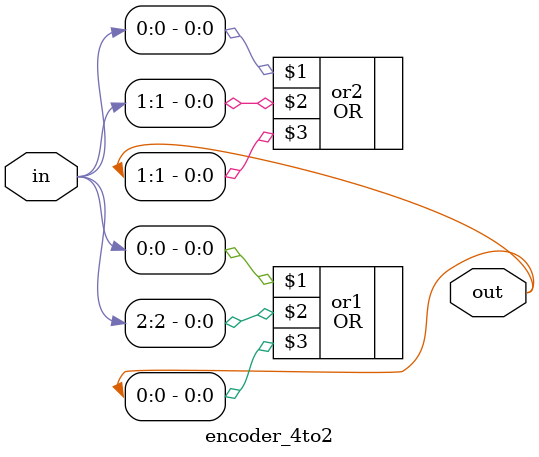
<source format=v>
module encoder_4to2 (in, out);
    input [3 : 0] in;
    output [1 : 0] out;
    OR or1(in[0], in[2], out[0]);
    OR or2(in[0], in[1], out[1]);
endmodule
</source>
